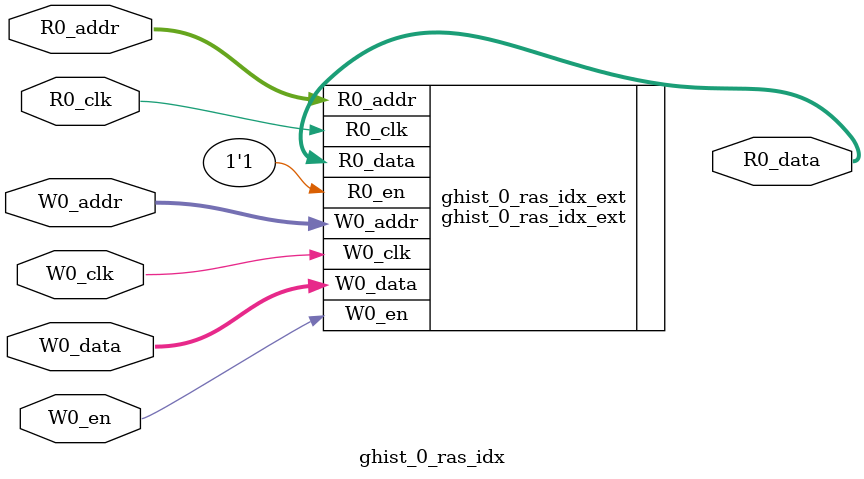
<source format=sv>
`ifndef RANDOMIZE
  `ifdef RANDOMIZE_REG_INIT
    `define RANDOMIZE
  `endif // RANDOMIZE_REG_INIT
`endif // not def RANDOMIZE
`ifndef RANDOMIZE
  `ifdef RANDOMIZE_MEM_INIT
    `define RANDOMIZE
  `endif // RANDOMIZE_MEM_INIT
`endif // not def RANDOMIZE

`ifndef RANDOM
  `define RANDOM $random
`endif // not def RANDOM

// Users can define 'PRINTF_COND' to add an extra gate to prints.
`ifndef PRINTF_COND_
  `ifdef PRINTF_COND
    `define PRINTF_COND_ (`PRINTF_COND)
  `else  // PRINTF_COND
    `define PRINTF_COND_ 1
  `endif // PRINTF_COND
`endif // not def PRINTF_COND_

// Users can define INIT_RANDOM as general code that gets injected into the
// initializer block for modules with registers.
`ifndef INIT_RANDOM
  `define INIT_RANDOM
`endif // not def INIT_RANDOM

// If using random initialization, you can also define RANDOMIZE_DELAY to
// customize the delay used, otherwise 0.002 is used.
`ifndef RANDOMIZE_DELAY
  `define RANDOMIZE_DELAY 0.002
`endif // not def RANDOMIZE_DELAY

// Define INIT_RANDOM_PROLOG_ for use in our modules below.
`ifndef INIT_RANDOM_PROLOG_
  `ifdef RANDOMIZE
    `ifdef VERILATOR
      `define INIT_RANDOM_PROLOG_ `INIT_RANDOM
    `else  // VERILATOR
      `define INIT_RANDOM_PROLOG_ `INIT_RANDOM #`RANDOMIZE_DELAY begin end
    `endif // VERILATOR
  `else  // RANDOMIZE
    `define INIT_RANDOM_PROLOG_
  `endif // RANDOMIZE
`endif // not def INIT_RANDOM_PROLOG_

// Include register initializers in init blocks unless synthesis is set
`ifndef SYNTHESIS
  `ifndef ENABLE_INITIAL_REG_
    `define ENABLE_INITIAL_REG_
  `endif // not def ENABLE_INITIAL_REG_
`endif // not def SYNTHESIS

// Include rmemory initializers in init blocks unless synthesis is set
`ifndef SYNTHESIS
  `ifndef ENABLE_INITIAL_MEM_
    `define ENABLE_INITIAL_MEM_
  `endif // not def ENABLE_INITIAL_MEM_
`endif // not def SYNTHESIS

module ghist_0_ras_idx(
  input  [5:0] R0_addr,
  input        R0_clk,
  input  [5:0] W0_addr,
  input        W0_en,
               W0_clk,
  input  [4:0] W0_data,
  output [4:0] R0_data
);

  ghist_0_ras_idx_ext ghist_0_ras_idx_ext (
    .R0_addr (R0_addr),
    .R0_en   (1'h1),
    .R0_clk  (R0_clk),
    .W0_addr (W0_addr),
    .W0_en   (W0_en),
    .W0_clk  (W0_clk),
    .W0_data (W0_data),
    .R0_data (R0_data)
  );
endmodule


</source>
